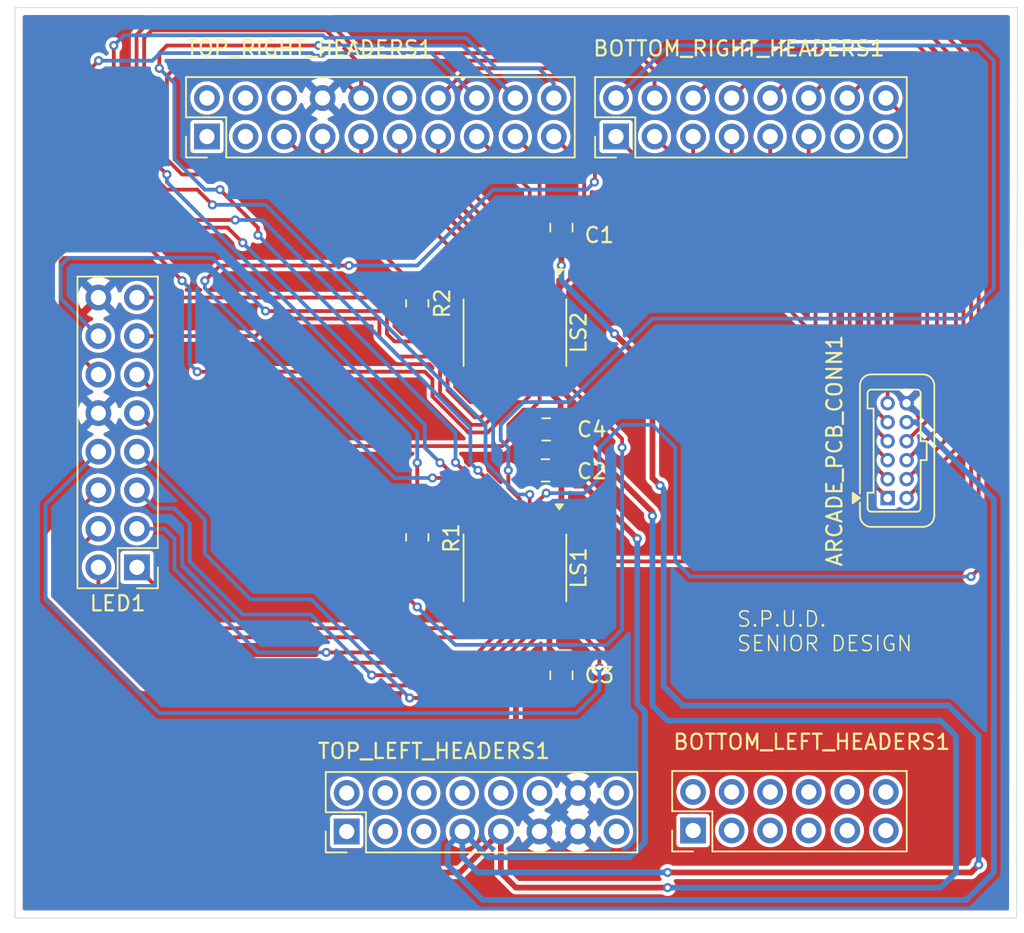
<source format=kicad_pcb>
(kicad_pcb (version 20241229) (generator "pcbnew") (generator_version "9.0")
  (layers (0 "F.Cu" signal) (2 "B.Cu" signal) (13 "F.Paste" user) (15 "B.Paste" user) (5 "F.SilkS" user "F.Silkscreen") (7 "B.SilkS" user "B.Silkscreen") (1 "F.Mask" user) (3 "B.Mask" user) (25 "Edge.Cuts" user))
  (net 0 "")
  (net 1 "ARC8")
  (net 2 "ARC10")
  (net 3 "ARC3")
  (net 4 "ARC4")
  (net 5 "ARC2")
  (net 8 "ARC1")
  (net 9 "ARC7")
  (net 10 "ARC5")
  (net 11 "ARC9")
  (net 12 "ARC6")
  (net 13 "DATA6")
  (net 14 "DATA7")
  (net 15 "DATA3")
  (net 16 "DATA4")
  (net 17 "DATA5")
  (net 18 "DATA8")
  (net 19 "DATA2")
  (net 20 "GND")
  (net 21 "3.3V")
  (net 22 "5V")
  (net 23 "G1")
  (net 24 "BLANK")
  (net 25 "A4")
  (net 26 "A3")
  (net 27 "B0")
  (net 28 "A0")
  (net 29 "A1")
  (net 30 "B1")
  (net 31 "LATCH")
  (net 32 "R1")
  (net 33 "R0")
  (net 34 "G0")
  (net 35 "Clock")
  (net 36 "A2")
  (net 37 "OE")
  (net 38 "DATA1")
  (net 39 "DATA11")
  (net 40 "DATA15")
  (net 41 "DATA14")
  (net 42 "DATA16")
  (net 44 "DATA12")
  (net 45 "DATA9")
  (net 46 "DATA13")
  (net 47 "DATA10")
  (footprint "Resistor_SMD:R_0805_2012Metric" (layer "F.Cu") (at 141.5 109.9125 -90)
    (property "Reference" "R1")
    (property "Value" "10k")
  )
  (footprint "Connector_Harwin:Harwin_Gecko-G125-FVX1205L0X_2x06_P1.25mm_Vertical" (layer "F.Cu") (at 172.5 107.325 90)
    (property "Reference" "ARCADE_PCB_CONN1")
    (property "Value" "Conn_02x06_Top_Bottom")
  )
  (footprint "Connector_PinHeader_2.54mm:PinHeader_2x08_P2.54mm_Vertical" (layer "F.Cu") (at 136.85 129.3 90)
    (property "Reference" "TOP_LEFT_HEADERS1")
    (property "Value" "~")
  )
  (footprint "Connector_PinHeader_2.54mm:PinHeader_2x08_P2.54mm_Vertical" (layer "F.Cu") (at 154.6 83.5 90)
    (property "Reference" "BOTTOM_RIGHT_HEADERS1")
    (property "Value" "~")
  )
  (footprint "Capacitor_SMD:C_0805_2012Metric" (layer "F.Cu") (at 150 102.8 180)
    (property "Reference" "C4")
    (property "Value" "0.1uF")
  )
  (footprint "Package_SO:TSSOP-20_4.4x6.5mm_P0.65mm" (layer "F.Cu") (at 147.9375 96.425 -90)
    (property "Reference" "LS2")
    (property "Value" "TXS0108EPW")
  )
  (footprint "Capacitor_SMD:C_0805_2012Metric" (layer "F.Cu") (at 151 89.5 90)
    (property "Reference" "C1")
    (property "Value" "0.1uF")
  )
  (footprint "Capacitor_SMD:C_0805_2012Metric" (layer "F.Cu") (at 149.95 105.5 180)
    (property "Reference" "C2")
    (property "Value" "0.1uF")
  )
  (footprint "Capacitor_SMD:C_0805_2012Metric" (layer "F.Cu") (at 151 119 -90)
    (property "Reference" "C3")
    (property "Value" "0.1uF")
  )
  (footprint "Connector_PinHeader_2.54mm:PinHeader_2x08_P2.54mm_Vertical" (layer "F.Cu") (at 123.025 111.89 180)
    (property "Reference" "LED1")
    (property "Value" "Conn_02x08_Top_Bottom")
  )
  (footprint "Connector_PinHeader_2.54mm:PinHeader_2x06_P2.54mm_Vertical" (layer "F.Cu") (at 159.68 129.235 90)
    (property "Reference" "BOTTOM_LEFT_HEADERS1")
    (property "Value" "~")
  )
  (footprint "Connector_PinHeader_2.54mm:PinHeader_2x10_P2.54mm_Vertical" (layer "F.Cu") (at 127.64 83.5 90)
    (property "Reference" "TOP_RIGHT_HEADERS1")
    (property "Value" "~")
  )
  (footprint "Package_SO:TSSOP-20_4.4x6.5mm_P0.65mm" (layer "F.Cu") (at 147.9375 111.925 -90)
    (property "Reference" "LS1")
    (property "Value" "TXS0108EPW")
  )
  (footprint "Resistor_SMD:R_0805_2012Metric" (layer "F.Cu") (at 141.5 94.5 -90)
    (property "Reference" "R2")
    (property "Value" "10k")
  )
  (gr_line (start 181.050425 75) (end 115 74.999965) (stroke (width 0.05)) (layer "Edge.Cuts"))
  (gr_line (start 115 74.999965) (end 115 135) (stroke (width 0.05)) (layer "Edge.Cuts"))
  (gr_line (start 181 135) (end 181.050425 75) (stroke (width 0.05)) (layer "Edge.Cuts"))
  (gr_line (start 115 135) (end 181 135) (stroke (width 0.05)) (layer "Edge.Cuts"))
  (gr_text "S.P.U.D.\nSENIOR DESIGN" (at 162.5 117.5 0) (layer "F.SilkS") (effects (font (size 1 1) (thickness 0.1)) (justify left bottom)))
  (segment (start 170.261001 77.999) (end 167.3 80.96) (width 0.25) (layer "F.Cu") (net 1))
  (segment (start 174.251 78.001) (end 173.95952 78.001) (width 0.25) (layer "F.Cu") (net 1))
  (segment (start 176.251 80.001) (end 176.251 103.574) (width 0.25) (layer "F.Cu") (net 1))
  (segment (start 176.251 103.574) (end 173.75 106.075) (width 0.25) (layer "F.Cu") (net 1))
  (segment (start 173.95952 78.001) (end 173.957521 77.999) (width 0.25) (layer "F.Cu") (net 1))
  (segment (start 173.957521 77.999) (end 170.261001 77.999) (width 0.25) (layer "F.Cu") (net 1))
  (segment (start 176.251 80.001) (end 174.251 78.001) (width 0.25) (layer "F.Cu") (net 1))
  (segment (start 175.102 83.682) (end 172.38 80.96) (width 0.25) (layer "F.Cu") (net 2))
  (segment (start 173.75 103.575) (end 175.102 102.223) (width 0.25) (layer "F.Cu") (net 2))
  (segment (start 175.102 102.223) (end 175.102 83.682) (width 0.25) (layer "F.Cu") (net 2))
  (segment (start 168.75 93.75) (end 159.68 84.68) (width 0.25) (layer "F.Cu") (net 3))
  (segment (start 168.75 101.075) (end 168.75 93.75) (width 0.25) (layer "F.Cu") (net 3))
  (segment (start 159.68 84.68) (end 159.68 83.5) (width 0.25) (layer "F.Cu") (net 3))
  (segment (start 172.5 104.825) (end 168.75 101.075) (width 0.25) (layer "F.Cu") (net 3))
  (segment (start 170 93.25) (end 162.22 85.47) (width 0.25) (layer "F.Cu") (net 4))
  (segment (start 162.22 85.47) (end 162.22 83.5) (width 0.25) (layer "F.Cu") (net 4))
  (segment (start 172.5 103.575) (end 170 101.075) (width 0.25) (layer "F.Cu") (net 4))
  (segment (start 170 101.075) (end 170 93.25) (width 0.25) (layer "F.Cu") (net 4))
  (segment (start 172.5 106.075) (end 167.75 101.325) (width 0.25) (layer "F.Cu") (net 5))
  (segment (start 167.75 94.11) (end 157.14 83.5) (width 0.25) (layer "F.Cu") (net 5))
  (segment (start 167.75 101.325) (end 167.75 94.11) (width 0.25) (layer "F.Cu") (net 5))
  (segment (start 167 101.825) (end 167 95.9) (width 0.25) (layer "F.Cu") (net 8))
  (segment (start 172.5 107.325) (end 167 101.825) (width 0.25) (layer "F.Cu") (net 8))
  (segment (start 167 95.9) (end 154.6 83.5) (width 0.25) (layer "F.Cu") (net 8))
  (segment (start 174.16504 77.498) (end 170.053479 77.498) (width 0.25) (layer "F.Cu") (net 9))
  (segment (start 174.167041 77.5) (end 174.16504 77.498) (width 0.25) (layer "F.Cu") (net 9))
  (segment (start 170.053479 77.498) (end 170.05148 77.5) (width 0.25) (layer "F.Cu") (net 9))
  (segment (start 174.5 77.5) (end 174.167041 77.5) (width 0.25) (layer "F.Cu") (net 9))
  (segment (start 173.75 107.325) (end 177 104.075) (width 0.25) (layer "F.Cu") (net 9))
  (segment (start 168.22 77.5) (end 164.76 80.96) (width 0.25) (layer "F.Cu") (net 9))
  (segment (start 170.05148 77.5) (end 168.22 77.5) (width 0.25) (layer "F.Cu") (net 9))
  (segment (start 177 80) (end 174.5 77.5) (width 0.25) (layer "F.Cu") (net 9))
  (segment (start 177 104.075) (end 177 80) (width 0.25) (layer "F.Cu") (net 9))
  (segment (start 164.76 86.51) (end 164.76 83.5) (width 0.25) (layer "F.Cu") (net 10))
  (segment (start 171.25 93) (end 164.76 86.51) (width 0.25) (layer "F.Cu") (net 10))
  (segment (start 171.25 101.075) (end 171.25 93) (width 0.25) (layer "F.Cu") (net 10))
  (segment (start 172.5 102.325) (end 171.25 101.075) (width 0.25) (layer "F.Cu") (net 10))
  (segment (start 175.75 80.5) (end 173.75 78.5) (width 0.25) (layer "F.Cu") (net 11))
  (segment (start 175.75 102.825) (end 175.75 80.5) (width 0.25) (layer "F.Cu") (net 11))
  (segment (start 172.3 78.5) (end 169.84 80.96) (width 0.25) (layer "F.Cu") (net 11))
  (segment (start 173.75 78.5) (end 172.3 78.5) (width 0.25) (layer "F.Cu") (net 11))
  (segment (start 173.75 104.825) (end 175.75 102.825) (width 0.25) (layer "F.Cu") (net 11))
  (segment (start 172.5 92.75) (end 167.3 87.55) (width 0.25) (layer "F.Cu") (net 12))
  (segment (start 172.5 101.075) (end 172.5 92.75) (width 0.25) (layer "F.Cu") (net 12))
  (segment (start 167.3 87.55) (end 167.3 83.5) (width 0.25) (layer "F.Cu") (net 12))
  (segment (start 124.5 78) (end 125 77.5) (width 0.25) (layer "F.Cu") (net 13))
  (segment (start 146.9625 107.918509) (end 144.021996 104.978004) (width 0.25) (layer "F.Cu") (net 13))
  (segment (start 124.5 79) (end 124.5 78) (width 0.25) (layer "F.Cu") (net 13))
  (segment (start 131 89.5) (end 128.5 87) (width 0.25) (layer "F.Cu") (net 13))
  (segment (start 125 77.5) (end 135 77.5) (width 0.25) (layer "F.Cu") (net 13))
  (segment (start 144.021996 104.978004) (end 144 104.956009) (width 0.25) (layer "F.Cu") (net 13))
  (segment (start 146.9625 109.0625) (end 146.9625 107.918509) (width 0.25) (layer "F.Cu") (net 13))
  (segment (start 131 90) (end 131 89.5) (width 0.25) (layer "F.Cu") (net 13))
  (via (at 135 77.5) (size 0.6) (drill 0.3) (layers "F.Cu" "B.Cu") (net 13))
  (via (at 128.5 87) (size 0.6) (drill 0.3) (layers "F.Cu" "B.Cu") (net 13))
  (via (at 131 90) (size 0.6) (drill 0.3) (layers "F.Cu" "B.Cu") (net 13))
  (via (at 124.5 79) (size 0.6) (drill 0.3) (layers "F.Cu" "B.Cu") (net 13))
  (via (at 144.021996 104.978004) (size 0.6) (drill 0.3) (layers "F.Cu" "B.Cu") (net 13))
  (segment (start 135 77.5) (end 144.5 77.5) (width 0.25) (layer "B.Cu") (net 13))
  (segment (start 127.5 87) (end 125.5 85) (width 0.25) (layer "B.Cu") (net 13))
  (segment (start 144.021996 103.021996) (end 131 90) (width 0.25) (layer "B.Cu") (net 13))
  (segment (start 144.021996 104.978004) (end 144.021996 103.021996) (width 0.25) (layer "B.Cu") (net 13))
  (segment (start 125.5 84.5) (end 125.5 80) (width 0.25) (layer "B.Cu") (net 13))
  (segment (start 144.5 77.5) (end 147.96 80.96) (width 0.25) (layer "B.Cu") (net 13))
  (segment (start 128.5 87) (end 127.5 87) (width 0.25) (layer "B.Cu") (net 13))
  (segment (start 125.5 85) (end 125.5 84.5) (width 0.25) (layer "B.Cu") (net 13))
  (segment (start 125.5 80) (end 124.5 79) (width 0.25) (layer "B.Cu") (net 13))
  (segment (start 126 89.5) (end 129 89.5) (width 0.25) (layer "F.Cu") (net 14))
  (segment (start 146.3125 108.240542) (end 143.071958 105) (width 0.25) (layer "F.Cu") (net 14))
  (segment (start 120 83.5) (end 126 89.5) (width 0.25) (layer "F.Cu") (net 14))
  (segment (start 143.071958 105) (end 143 105) (width 0.25) (layer "F.Cu") (net 14))
  (segment (start 120.5 78.5) (end 120 79) (width 0.25) (layer "F.Cu") (net 14))
  (segment (start 129 89.5) (end 130 90.5) (width 0.25) (layer "F.Cu") (net 14))
  (segment (start 120 79) (end 120 83.5) (width 0.25) (layer "F.Cu") (net 14))
  (segment (start 146.3125 109.0625) (end 146.3125 108.240542) (width 0.25) (layer "F.Cu") (net 14))
  (via (at 130 90.5) (size 0.6) (drill 0.3) (layers "F.Cu" "B.Cu") (net 14))
  (via (at 143 105) (size 0.6) (drill 0.3) (layers "F.Cu" "B.Cu") (net 14))
  (via (at 120.5 78.5) (size 0.6) (drill 0.3) (layers "F.Cu" "B.Cu") (net 14))
  (segment (start 142 104) (end 142 102.5) (width 0.25) (layer "B.Cu") (net 14))
  (segment (start 143 105) (end 142 104) (width 0.25) (layer "B.Cu") (net 14))
  (segment (start 145.42 80.96) (end 142.461 78.001) (width 0.25) (layer "B.Cu") (net 14))
  (segment (start 134.719991 78.176) (end 134.543991 78) (width 0.25) (layer "B.Cu") (net 14))
  (segment (start 142.461 78.001) (end 135.455009 78.001) (width 0.25) (layer "B.Cu") (net 14))
  (segment (start 135.455009 78.001) (end 135.280009 78.176) (width 0.25) (layer "B.Cu") (net 14))
  (segment (start 135.280009 78.176) (end 134.719991 78.176) (width 0.25) (layer "B.Cu") (net 14))
  (segment (start 142 102.5) (end 130 90.5) (width 0.25) (layer "B.Cu") (net 14))
  (segment (start 124.043991 78.5) (end 120.5 78.5) (width 0.25) (layer "B.Cu") (net 14))
  (segment (start 124.543991 78) (end 124.043991 78.5) (width 0.25) (layer "B.Cu") (net 14))
  (segment (start 134.543991 78) (end 124.543991 78) (width 0.25) (layer "B.Cu") (net 14))
  (segment (start 128 88) (end 127 87) (width 0.25) (layer "F.Cu") (net 15))
  (segment (start 123.79248 75.999) (end 135.70752 75.999) (width 0.25) (layer "F.Cu") (net 15))
  (segment (start 148.9125 109.0625) (end 148.912541 109.062459) (width 0.25) (layer "F.Cu") (net 15))
  (segment (start 137.70852 78) (end 156 78) (width 0.25) (layer "F.Cu") (net 15))
  (segment (start 123 76.79148) (end 123.79248 75.999) (width 0.25) (layer "F.Cu") (net 15))
  (segment (start 156 78) (end 157.14 79.14) (width 0.25) (layer "F.Cu") (net 15))
  (segment (start 157.14 79.14) (end 157.14 80.96) (width 0.25) (layer "F.Cu") (net 15))
  (segment (start 135.70752 75.999) (end 137.70852 78) (width 0.25) (layer "F.Cu") (net 15))
  (segment (start 127 87) (end 124.96582 87) (width 0.25) (layer "F.Cu") (net 15))
  (segment (start 123 85.03418) (end 123 76.79148) (width 0.25) (layer "F.Cu") (net 15))
  (segment (start 148.9125 109.0625) (end 148.9125 107.0875) (width 0.25) (layer "F.Cu") (net 15))
  (segment (start 124.96582 87) (end 123 85.03418) (width 0.25) (layer "F.Cu") (net 15))
  (via (at 128 88) (size 0.6) (drill 0.3) (layers "F.Cu" "B.Cu") (net 15))
  (via (at 148.9125 107.0875) (size 0.6) (drill 0.3) (layers "F.Cu" "B.Cu") (net 15))
  (segment (start 146 102.5) (end 131.5 88) (width 0.25) (layer "B.Cu") (net 15))
  (segment (start 146 105) (end 146 102.5) (width 0.25) (layer "B.Cu") (net 15))
  (segment (start 131.5 88) (end 128 88) (width 0.25) (layer "B.Cu") (net 15))
  (segment (start 148.9125 107.0875) (end 148.0875 107.0875) (width 0.25) (layer "B.Cu") (net 15))
  (segment (start 148.0875 107.0875) (end 146 105) (width 0.25) (layer "B.Cu") (net 15))
  (segment (start 148.2625 107.393509) (end 148.2625 109.0625) (width 0.25) (layer "F.Cu") (net 16))
  (segment (start 147.5 106.631009) (end 148.2625 107.393509) (width 0.25) (layer "F.Cu") (net 16))
  (segment (start 147.5 105.5) (end 147.5 106.631009) (width 0.25) (layer "F.Cu") (net 16))
  (via (at 147.5 105.5) (size 0.6) (drill 0.3) (layers "F.Cu" "B.Cu") (net 16))
  (segment (start 157 95.5) (end 151.5 101) (width 0.25) (layer "B.Cu") (net 16))
  (segment (start 147.5 104) (end 147.5 105.5) (width 0.25) (layer "B.Cu") (net 16))
  (segment (start 148.5 101) (end 147 102.5) (width 0.25) (layer "B.Cu") (net 16))
  (segment (start 179.5 78.5) (end 179.5 93.5) (width 0.25) (layer "B.Cu") (net 16))
  (segment (start 178.5 77.5) (end 179.5 78.5) (width 0.25) (layer "B.Cu") (net 16))
  (segment (start 158.06 77.5) (end 178.5 77.5) (width 0.25) (layer "B.Cu") (net 16))
  (segment (start 154.6 80.96) (end 158.06 77.5) (width 0.25) (layer "B.Cu") (net 16))
  (segment (start 147 102.5) (end 147 103.5) (width 0.25) (layer "B.Cu") (net 16))
  (segment (start 179.5 93.5) (end 177.5 95.5) (width 0.25) (layer "B.Cu") (net 16))
  (segment (start 151.5 101) (end 148.5 101) (width 0.25) (layer "B.Cu") (net 16))
  (segment (start 177.5 95.5) (end 157 95.5) (width 0.25) (layer "B.Cu") (net 16))
  (segment (start 147 103.5) (end 147.5 104) (width 0.25) (layer "B.Cu") (net 16))
  (segment (start 147.6125 107.6125) (end 145.5 105.5) (width 0.25) (layer "F.Cu") (net 17))
  (segment (start 147.6125 109.0625) (end 147.6125 107.6125) (width 0.25) (layer "F.Cu") (net 17))
  (segment (start 121.5 77.5) (end 121.5 84.2427) (width 0.25) (layer "F.Cu") (net 17))
  (segment (start 126.2573 89) (end 121.5 84.2427) (width 0.25) (layer "F.Cu") (net 17))
  (segment (start 129.5 89) (end 126.2573 89) (width 0.25) (layer "F.Cu") (net 17))
  (via (at 145.5 105.5) (size 0.6) (drill 0.3) (layers "F.Cu" "B.Cu") (net 17))
  (via (at 129.5 89) (size 0.6) (drill 0.3) (layers "F.Cu" "B.Cu") (net 17))
  (via (at 121.5 77.5) (size 0.6) (drill 0.3) (layers "F.Cu" "B.Cu") (net 17))
  (segment (start 135.280009 76.824) (end 135.455009 76.999) (width 0.25) (layer "B.Cu") (net 17))
  (segment (start 144.70752 76.999) (end 146.70852 79) (width 0.25) (layer "B.Cu") (net 17))
  (segment (start 145 102.70852) (end 138.39574 96.10426) (width 0.25) (layer "B.Cu") (net 17))
  (segment (start 146.70852 79) (end 149.5 79) (width 0.25) (layer "B.Cu") (net 17))
  (segment (start 150.5 80) (end 150.5 80.96) (width 0.25) (layer "B.Cu") (net 17))
  (segment (start 145.5 105.5) (end 145 105) (width 0.25) (layer "B.Cu") (net 17))
  (segment (start 149.5 79) (end 150.5 80) (width 0.25) (layer "B.Cu") (net 17))
  (segment (start 145 105) (end 145 103) (width 0.25) (layer "B.Cu") (net 17))
  (segment (start 138.39574 96.10426) (end 131.29148 89) (width 0.25) (layer "B.Cu") (net 17))
  (segment (start 121.5 77.5) (end 122.176 76.824) (width 0.25) (layer "B.Cu") (net 17))
  (segment (start 122.176 76.824) (end 135.280009 76.824) (width 0.25) (layer "B.Cu") (net 17))
  (segment (start 131.29148 89) (end 129.5 89) (width 0.25) (layer "B.Cu") (net 17))
  (segment (start 145 103) (end 145 102.70852) (width 0.25) (layer "B.Cu") (net 17))
  (segment (start 135.455009 76.999) (end 144.70752 76.999) (width 0.25) (layer "B.Cu") (net 17))
  (segment (start 145.6625 108.299062) (end 143.363438 106) (width 0.25) (layer "F.Cu") (net 18))
  (segment (start 142.88 80.96) (end 144.84 79) (width 0.25) (layer "F.Cu") (net 18))
  (segment (start 152 79) (end 152.5 79.5) (width 0.25) (layer "F.Cu") (net 18))
  (segment (start 144.84 79) (end 152 79) (width 0.25) (layer "F.Cu") (net 18))
  (segment (start 137 92) (end 128.5 92) (width 0.25) (layer "F.Cu") (net 18))
  (segment (start 153.20852 86.46648) (end 153.175 86.5) (width 0.25) (layer "F.Cu") (net 18))
  (segment (start 128.5 92) (end 127.5 93) (width 0.25) (layer "F.Cu") (net 18))
  (segment (start 145.6625 109.0625) (end 145.6625 108.299062) (width 0.25) (layer "F.Cu") (net 18))
  (segment (start 152.5 84.79148) (end 153.20852 85.5) (width 0.25) (layer "F.Cu") (net 18))
  (segment (start 152.5 79.5) (end 152.5 84.79148) (width 0.25) (layer "F.Cu") (net 18))
  (segment (start 153.20852 85.5) (end 153.20852 86.46648) (width 0.25) (layer "F.Cu") (net 18))
  (segment (start 143.363438 106) (end 142.5 106) (width 0.25) (layer "F.Cu") (net 18))
  (via (at 137 92) (size 0.6) (drill 0.3) (layers "F.Cu" "B.Cu") (net 18))
  (via (at 142.5 106) (size 0.6) (drill 0.3) (layers "F.Cu" "B.Cu") (net 18))
  (via (at 127.5 93) (size 0.6) (drill 0.3) (layers "F.Cu" "B.Cu") (net 18))
  (via (at 153.175 86.5) (size 0.6) (drill 0.3) (layers "F.Cu" "B.Cu") (net 18))
  (segment (start 137 92) (end 141.5 92) (width 0.25) (layer "B.Cu") (net 18))
  (segment (start 141.5 92) (end 146.5 87) (width 0.25) (layer "B.Cu") (net 18))
  (segment (start 146.5 87) (end 152.675 87) (width 0.25) (layer "B.Cu") (net 18))
  (segment (start 127.5 93.5) (end 127.5 93) (width 0.25) (layer "B.Cu") (net 18))
  (segment (start 142.5 106) (end 140 106) (width 0.25) (layer "B.Cu") (net 18))
  (segment (start 152.675 87) (end 153.175 86.5) (width 0.25) (layer "B.Cu") (net 18))
  (segment (start 140 106) (end 127.5 93.5) (width 0.25) (layer "B.Cu") (net 18))
  (segment (start 159.68 80.96) (end 164.144 76.496) (width 0.25) (layer "F.Cu") (net 19))
  (segment (start 149.5625 107.4375) (end 150 107) (width 0.25) (layer "F.Cu") (net 19))
  (segment (start 178.5 79) (end 178.5 79.291479) (width 0.25) (layer "F.Cu") (net 19))
  (segment (start 178.5 112) (end 178 112.5) (width 0.25) (layer "F.Cu") (net 19))
  (segment (start 178.501 79.29248) (end 178.501 110.70752) (width 0.25) (layer "F.Cu") (net 19))
  (segment (start 178.5 79.291479) (end 178.501 79.29248) (width 0.25) (layer "F.Cu") (net 19))
  (segment (start 164.144 76.496) (end 175.704521 76.496) (width 0.25) (layer "F.Cu") (net 19))
  (segment (start 178.5 110.708521) (end 178.5 112) (width 0.25) (layer "F.Cu") (net 19))
  (segment (start 178.501 110.70752) (end 178.5 110.708521) (width 0.25) (layer "F.Cu") (net 19))
  (segment (start 175.70852 76.5) (end 176 76.5) (width 0.25) (layer "F.Cu") (net 19))
  (segment (start 175.704521 76.496) (end 175.70852 76.5) (width 0.25) (layer "F.Cu") (net 19))
  (segment (start 149.5625 109.0625) (end 149.5625 107.4375) (width 0.25) (layer "F.Cu") (net 19))
  (segment (start 176 76.5) (end 178.5 79) (width 0.25) (layer "F.Cu") (net 19))
  (via (at 150 107) (size 0.6) (drill 0.3) (layers "F.Cu" "B.Cu") (net 19))
  (via (at 178 112.5) (size 0.6) (drill 0.3) (layers "F.Cu" "B.Cu") (net 19))
  (segment (start 153.5 104) (end 155 102.5) (width 0.25) (layer "B.Cu") (net 19))
  (segment (start 153.5 106) (end 153.5 104) (width 0.25) (layer "B.Cu") (net 19))
  (segment (start 158.5 111.5) (end 159.5 112.5) (width 0.25) (layer "B.Cu") (net 19))
  (segment (start 150 107) (end 152.5 107) (width 0.25) (layer "B.Cu") (net 19))
  (segment (start 152.5 107) (end 153.5 106) (width 0.25) (layer "B.Cu") (net 19))
  (segment (start 158.5 104) (end 158.5 111.5) (width 0.25) (layer "B.Cu") (net 19))
  (segment (start 157 102.5) (end 158.5 104) (width 0.25) (layer "B.Cu") (net 19))
  (segment (start 159.5 112.5) (end 178 112.5) (width 0.25) (layer "B.Cu") (net 19))
  (segment (start 155 102.5) (end 157 102.5) (width 0.25) (layer "B.Cu") (net 19))
  (segment (start 149.05 105.45) (end 149 105.5) (width 0.38) (layer "F.Cu") (net 20))
  (segment (start 150.2215 109.0535) (end 150.2125 109.0625) (width 0.38) (layer "F.Cu") (net 21))
  (segment (start 150.9 105.5) (end 151 105.6) (width 0.38) (layer "F.Cu") (net 21))
  (segment (start 150.2215 108.19814) (end 150.2215 109.0535) (width 0.38) (layer "F.Cu") (net 21))
  (segment (start 157 106) (end 157.5 106.5) (width 0.38) (layer "F.Cu") (net 21))
  (segment (start 151 90.45) (end 151 92) (width 0.38) (layer "F.Cu") (net 21))
  (segment (start 156 110) (end 152.5 106.5) (width 0.38) (layer "F.Cu") (net 21))
  (segment (start 178.5 131.5) (end 178 132) (width 0.38) (layer "F.Cu") (net 21))
  (segment (start 151.9 106.5) (end 150.9 105.5) (width 0.38) (layer "F.Cu") (net 21))
  (segment (start 154.5 96.5) (end 157 99) (width 0.38) (layer "F.Cu") (net 21))
  (segment (start 151 105.6) (end 151 107.41964) (width 0.38) (layer "F.Cu") (net 21))
  (segment (start 150.2125 91.2375) (end 150.2125 93.5625) (width 0.38) (layer "F.Cu") (net 21))
  (segment (start 151 90.45) (end 150.2125 91.2375) (width 0.38) (layer "F.Cu") (net 21))
  (segment (start 152.5 106.5) (end 151.9 106.5) (width 0.38) (layer "F.Cu") (net 21))
  (segment (start 178 132) (end 158 132) (width 0.38) (layer "F.Cu") (net 21))
  (segment (start 157 99) (end 157 106) (width 0.38) (layer "F.Cu") (net 21))
  (segment (start 151 107.41964) (end 150.2215 108.19814) (width 0.38) (layer "F.Cu") (net 21))
  (via (at 156 110) (size 0.6) (drill 0.3) (layers "F.Cu" "B.Cu") (net 21))
  (via (at 158 132) (size 0.6) (drill 0.3) (layers "F.Cu" "B.Cu") (net 21))
  (via (at 178.5 131.5) (size 0.6) (drill 0.3) (layers "F.Cu" "B.Cu") (net 21))
  (via (at 154.5 96.5) (size 0.6) (drill 0.3) (layers "F.Cu" "B.Cu") (net 21))
  (via (at 151 92) (size 0.6) (drill 0.3) (layers "F.Cu" "B.Cu") (net 21))
  (via (at 157.5 106.5) (size 0.6) (drill 0.3) (layers "F.Cu" "B.Cu") (net 21))
  (segment (start 177.691 133.809) (end 145.809 133.809) (width 0.38) (layer "B.Cu") (net 21))
  (segment (start 145.809 133.809) (end 143.5 131.5) (width 0.38) (layer "B.Cu") (net 21))
  (segment (start 151 92) (end 151 93) (width 0.38) (layer "B.Cu") (net 21))
  (segment (start 155.5 131) (end 156.5 130) (width 0.38) (layer "B.Cu") (net 21))
  (segment (start 179.5 132) (end 177.691 133.809) (width 0.38) (layer "B.Cu") (net 21))
  (segment (start 159 121) (end 176.5 121) (width 0.38) (layer "B.Cu") (net 21))
  (segment (start 143.5 130.27) (end 144.47 129.3) (width 0.38) (layer "B.Cu") (net 21))
  (segment (start 157.741 106.741) (end 157.741 119.741) (width 0.38) (layer "B.Cu") (net 21))
  (segment (start 179.5 107.403249) (end 179.5 132) (width 0.38) (layer "B.Cu") (net 21))
  (segment (start 144.47 130.97) (end 144.47 129.3) (width 0.38) (layer "B.Cu") (net 21))
  (segment (start 145.5 132) (end 144.47 130.97) (width 0.38) (layer "B.Cu") (net 21))
  (segment (start 156 120.892368) (end 156 110) (width 0.38) (layer "B.Cu") (net 21))
  (segment (start 144.47 129.3) (end 146.17 131) (width 0.38) (layer "B.Cu") (net 21))
  (segment (start 146.17 131) (end 155.5 131) (width 0.38) (layer "B.Cu") (net 21))
  (segment (start 173.75 102.325) (end 174.421751 102.325) (width 0.38) (layer "B.Cu") (net 21))
  (segment (start 157.741 119.741) (end 159 121) (width 0.38) (layer "B.Cu") (net 21))
  (segment (start 143.5 131.5) (end 143.5 130.27) (width 0.38) (layer "B.Cu") (net 21))
  (segment (start 156.5 130) (end 156.5 121.392368) (width 0.38) (layer "B.Cu") (net 21))
  (segment (start 151 93) (end 154.5 96.5) (width 0.38) (layer "B.Cu") (net 21))
  (segment (start 176.5 121) (end 178.5 123) (width 0.38) (layer "B.Cu") (net 21))
  (segment (start 158 132) (end 145.5 132) (width 0.38) (layer "B.Cu") (net 21))
  (segment (start 174.421751 102.325) (end 179.5 107.403249) (width 0.38) (layer "B.Cu") (net 21))
  (segment (start 157.5 106.5) (end 157.741 106.741) (width 0.38) (layer "B.Cu") (net 21))
  (segment (start 178.5 123) (end 178.5 131.5) (width 0.38) (layer "B.Cu") (net 21))
  (segment (start 156.5 121.392368) (end 156 120.892368) (width 0.38) (layer "B.Cu") (net 21))
  (segment (start 147.5 122.5) (end 135.5 122.5) (width 0.38) (layer "F.Cu") (net 22))
  (segment (start 148 120) (end 148 122) (width 0.38) (layer "F.Cu") (net 22))
  (segment (start 148 122) (end 147.5 122.5) (width 0.38) (layer "F.Cu") (net 22))
  (segment (start 150.2125 114.7875) (end 150.2125 117.2625) (width 0.38) (layer "F.Cu") (net 22))
  (segment (start 134 130.5) (end 135.5 132) (width 0.38) (layer "F.Cu") (net 22))
  (segment (start 150.95 101.05) (end 150.95 102.8) (width 0.38) (layer "F.Cu") (net 22))
  (segment (start 151.55 102.8) (end 150.95 102.8) (width 0.38) (layer "F.Cu") (net 22))
  (segment (start 147 132) (end 147.01 131.99) (width 0.38) (layer "F.Cu") (net 22))
  (segment (start 150.2125 117.2625) (end 151 118.05) (width 0.38) (layer "F.Cu") (net 22))
  (segment (start 147.01 131.99) (end 147.01 129.3) (width 0.38) (layer "F.Cu") (net 22))
  (segment (start 157 108.25) (end 151.55 102.8) (width 0.38) (layer "F.Cu") (net 22))
  (segment (start 149.95 118.05) (end 148 120) (width 0.38) (layer "F.Cu") (net 22))
  (segment (start 151 118.05) (end 149.95 118.05) (width 0.38) (layer "F.Cu") (net 22))
  (segment (start 144.31 132) (end 147.01 129.3) (width 0.38) (layer "F.Cu") (net 22))
  (segment (start 148 133) (end 147 132) (width 0.38) (layer "F.Cu") (net 22))
  (segment (start 157 108.5) (end 157 108.25) (width 0.38) (layer "F.Cu") (net 22))
  (segment (start 150.95 101.05) (end 150.2125 100.3125) (width 0.38) (layer "F.Cu") (net 22))
  (segment (start 150.2125 100.3125) (end 150.2125 99.2875) (width 0.38) (layer "F.Cu") (net 22))
  (segment (start 135.5 132) (end 144.31 132) (width 0.38) (layer "F.Cu") (net 22))
  (segment (start 134 124) (end 134 130.5) (width 0.38) (layer "F.Cu") (net 22))
  (segment (start 158 133) (end 148 133) (width 0.38) (layer "F.Cu") (net 22))
  (segment (start 135.5 122.5) (end 134 124) (width 0.38) (layer "F.Cu") (net 22))
  (via (at 157 108.5) (size 0.6) (drill 0.3) (layers "F.Cu" "B.Cu") (net 22))
  (via (at 158 133) (size 0.6) (drill 0.3) (layers "F.Cu" "B.Cu") (net 22))
  (segment (start 176 133) (end 177 132) (width 0.38) (layer "B.Cu") (net 22))
  (segment (start 157 121) (end 157 108.5) (width 0.38) (layer "B.Cu") (net 22))
  (segment (start 158 133) (end 176 133) (width 0.38) (layer "B.Cu") (net 22))
  (segment (start 158 122) (end 157 121) (width 0.38) (layer "B.Cu") (net 22))
  (segment (start 177 132) (end 177 123) (width 0.38) (layer "B.Cu") (net 22))
  (segment (start 177 123) (end 176 122) (width 0.38) (layer "B.Cu") (net 22))
  (segment (start 176 122) (end 158 122) (width 0.38) (layer "B.Cu") (net 22))
  (segment (start 147.5 103.5) (end 147.100207 103.899793) (width 0.25) (layer "F.Cu") (net 23))
  (segment (start 149.5625 99.2875) (end 149.5625 100.9375) (width 0.25) (layer "F.Cu") (net 23))
  (segment (start 147.100207 103.899793) (end 127.734793 103.899793) (width 0.25) (layer "F.Cu") (net 23))
  (segment (start 148.5 101.5) (end 147.5 102.5) (width 0.25) (layer "F.Cu") (net 23))
  (segment (start 149.5625 100.9375) (end 149 101.5) (width 0.25) (layer "F.Cu") (net 23))
  (segment (start 127.734793 103.899793) (end 123.025 99.19) (width 0.25) (layer "F.Cu") (net 23))
  (segment (start 149 101.5) (end 148.5 101.5) (width 0.25) (layer "F.Cu") (net 23))
  (segment (start 147.5 102.5) (end 147.5 103.5) (width 0.25) (layer "F.Cu") (net 23))
  (segment (start 150.8625 114.7875) (end 153.5 117.425) (width 0.25) (layer "F.Cu") (net 24))
  (segment (start 153.5 117.425) (end 153.5 118.5) (width 0.25) (layer "F.Cu") (net 24))
  (via (at 153.5 118.5) (size 0.6) (drill 0.3) (layers "F.Cu" "B.Cu") (net 24))
  (segment (start 117 107.755) (end 120.485 104.27) (width 0.25) (layer "B.Cu") (net 24))
  (segment (start 153.5 118.5) (end 153.5 120) (width 0.25) (layer "B.Cu") (net 24))
  (segment (start 152 121.5) (end 124.5 121.5) (width 0.25) (layer "B.Cu") (net 24))
  (segment (start 117 114) (end 117 107.755) (width 0.25) (layer "B.Cu") (net 24))
  (segment (start 124.5 121.5) (end 117 114) (width 0.25) (layer "B.Cu") (net 24))
  (segment (start 153.5 120) (end 152 121.5) (width 0.25) (layer "B.Cu") (net 24))
  (segment (start 118 91) (end 117.5 91.5) (width 0.25) (layer "F.Cu") (net 25))
  (segment (start 126 93) (end 124 91) (width 0.25) (layer "F.Cu") (net 25))
  (segment (start 117.5 91.5) (end 117.5 96.205) (width 0.25) (layer "F.Cu") (net 25))
  (segment (start 146.138998 103) (end 144.87444 103) (width 0.25) (layer "F.Cu") (net 25))
  (segment (start 148.138998 101) (end 146.138998 103) (width 0.25) (layer "F.Cu") (net 25))
  (segment (start 142.5 99.5) (end 142 99) (width 0.25) (layer "F.Cu") (net 25))
  (segment (start 148.9125 100.5875) (end 148.5 101) (width 0.25) (layer "F.Cu") (net 25))
  (segment (start 142.5 100.62556) (end 142.5 99.5) (width 0.25) (layer "F.Cu") (net 25))
  (segment (start 144.87444 103) (end 142.5 100.62556) (width 0.25) (layer "F.Cu") (net 25))
  (segment (start 142 99) (end 127 99) (width 0.25) (layer "F.Cu") (net 25))
  (segment (start 124 91) (end 118 91) (width 0.25) (layer "F.Cu") (net 25))
  (segment (start 117.5 96.205) (end 120.485 99.19) (width 0.25) (layer "F.Cu") (net 25))
  (segment (start 148.9125 99.2875) (end 148.9125 100.5875) (width 0.25) (layer "F.Cu") (net 25))
  (segment (start 148.5 101) (end 148.138998 101) (width 0.25) (layer "F.Cu") (net 25))
  (via (at 127 99) (size 0.6) (drill 0.3) (layers "F.Cu" "B.Cu") (net 25))
  (via (at 126 93) (size 0.6) (drill 0.3) (layers "F.Cu" "B.Cu") (net 25))
  (segment (start 127 99) (end 126.5 98.5) (width 0.25) (layer "B.Cu") (net 25))
  (segment (start 126.5 98.5) (end 126.5 93.5) (width 0.25) (layer "B.Cu") (net 25))
  (segment (start 126.5 93.5) (end 126 93) (width 0.25) (layer "B.Cu") (net 25))
  (segment (start 139.5 95) (end 131.5 95) (width 0.25) (layer "F.Cu") (net 26))
  (segment (start 140 97) (end 139.5 96.5) (width 0.25) (layer "F.Cu") (net 26))
  (segment (start 143.5 100.20852) (end 143.5 97.5) (width 0.25) (layer "F.Cu") (net 26))
  (segment (start 145.721958 102) (end 145.29148 102) (width 0.25) (layer "F.Cu") (net 26))
  (segment (start 139.5 96.5) (end 139.5 95) (width 0.25) (layer "F.Cu") (net 26))
  (segment (start 147.6125 100.109458) (end 145.721958 102) (width 0.25) (layer "F.Cu") (net 26))
  (segment (start 145.29148 102) (end 143.5 100.20852) (width 0.25) (layer "F.Cu") (net 26))
  (segment (start 147.6125 99.2875) (end 147.6125 100.109458) (width 0.25) (layer "F.Cu") (net 26))
  (segment (start 143.5 97.5) (end 143 97) (width 0.25) (layer "F.Cu") (net 26))
  (segment (start 143 97) (end 140 97) (width 0.25) (layer "F.Cu") (net 26))
  (via (at 131.5 95) (size 0.6) (drill 0.3) (layers "F.Cu" "B.Cu") (net 26))
  (segment (start 118.5 91.5) (end 118 92) (width 0.25) (layer "B.Cu") (net 26))
  (segment (start 128 91.5) (end 118.5 91.5) (width 0.25) (layer "B.Cu") (net 26))
  (segment (start 118 94.165) (end 120.485 96.65) (width 0.25) (layer "B.Cu") (net 26))
  (segment (start 118 92) (end 118 94.165) (width 0.25) (layer "B.Cu") (net 26))
  (segment (start 131.5 95) (end 128 91.5) (width 0.25) (layer "B.Cu") (net 26))
  (segment (start 120.485 113.985) (end 120.485 111.89) (width 0.25) (layer "F.Cu") (net 27))
  (segment (start 145.421958 116.5) (end 123 116.5) (width 0.25) (layer "F.Cu") (net 27))
  (segment (start 123 116.5) (end 120.485 113.985) (width 0.25) (layer "F.Cu") (net 27))
  (segment (start 146.3125 115.609458) (end 145.421958 116.5) (width 0.25) (layer "F.Cu") (net 27))
  (segment (start 146.3125 114.7875) (end 146.3125 115.609458) (width 0.25) (layer "F.Cu") (net 27))
  (segment (start 148.2625 116.15454) (end 145.41704 119) (width 0.25) (layer "F.Cu") (net 28))
  (segment (start 145.41704 119) (end 138.5 119) (width 0.25) (layer "F.Cu") (net 28))
  (segment (start 148.2625 114.7875) (end 148.2625 116.15454) (width 0.25) (layer "F.Cu") (net 28))
  (via (at 138.5 119) (size 0.6) (drill 0.3) (layers "F.Cu" "B.Cu") (net 28))
  (segment (start 126.5 109) (end 125.5 108) (width 0.25) (layer "B.Cu") (net 28))
  (segment (start 134.5 115) (end 130 115) (width 0.25) (layer "B.Cu") (net 28))
  (segment (start 126.5 111.5) (end 126.5 109) (width 0.25) (layer "B.Cu") (net 28))
  (segment (start 138.5 119) (end 134.5 115) (width 0.25) (layer "B.Cu") (net 28))
  (segment (start 124.215 108) (end 123.025 106.81) (width 0.25) (layer "B.Cu") (net 28))
  (segment (start 125.5 108) (end 124.215 108) (width 0.25) (layer "B.Cu") (net 28))
  (segment (start 130 115) (end 126.5 111.5) (width 0.25) (layer "B.Cu") (net 28))
  (segment (start 139 95.5) (end 132 95.5) (width 0.25) (layer "F.Cu") (net 29))
  (segment (start 143 100.41704) (end 143 98.5) (width 0.25) (layer "F.Cu") (net 29))
  (segment (start 139 96.70852) (end 139 95.5) (width 0.25) (layer "F.Cu") (net 29))
  (segment (start 142.5 98) (end 140.29148 98) (width 0.25) (layer "F.Cu") (net 29))
  (segment (start 148.2625 100.167978) (end 145.930478 102.5) (width 0.25) (layer "F.Cu") (net 29))
  (segment (start 140.29148 98) (end 139 96.70852) (width 0.25) (layer "F.Cu") (net 29))
  (segment (start 132 95.5) (end 130.85 96.65) (width 0.25) (layer "F.Cu") (net 29))
  (segment (start 145.930478 102.5) (end 145.08296 102.5) (width 0.25) (layer "F.Cu") (net 29))
  (segment (start 130.85 96.65) (end 123.025 96.65) (width 0.25) (layer "F.Cu") (net 29))
  (segment (start 145.08296 102.5) (end 143 100.41704) (width 0.25) (layer "F.Cu") (net 29))
  (segment (start 143 98.5) (end 142.5 98) (width 0.25) (layer "F.Cu") (net 29))
  (segment (start 148.2625 99.2875) (end 148.2625 100.167978) (width 0.25) (layer "F.Cu") (net 29))
  (segment (start 118.5 110.5) (end 119.335 110.5) (width 0.25) (layer "F.Cu") (net 30))
  (segment (start 118 113.5) (end 118 111) (width 0.25) (layer "F.Cu") (net 30))
  (segment (start 147.6125 116.09602) (end 145.53252 118.176) (width 0.25) (layer "F.Cu") (net 30))
  (segment (start 119.335 110.5) (end 120.485 109.35) (width 0.25) (layer "F.Cu") (net 30))
  (segment (start 122.676 118.176) (end 118 113.5) (width 0.25) (layer "F.Cu") (net 30))
  (segment (start 145.53252 118.176) (end 122.676 118.176) (width 0.25) (layer "F.Cu") (net 30))
  (segment (start 118 111) (end 118.5 110.5) (width 0.25) (layer "F.Cu") (net 30))
  (segment (start 147.6125 114.7875) (end 147.6125 116.09602) (width 0.25) (layer "F.Cu") (net 30))
  (segment (start 144 97) (end 143.5 96.5) (width 0.25) (layer "F.Cu") (net 31))
  (segment (start 140.001 96.001) (end 140.001 94.792479) (width 0.25) (layer "F.Cu") (net 31))
  (segment (start 146.9625 100.050938) (end 146.013438 101) (width 0.25) (layer "F.Cu") (net 31))
  (segment (start 143.5 96.5) (end 143.20852 96.5) (width 0.25) (layer "F.Cu") (net 31))
  (segment (start 140.499 96.499) (end 140.001 96.001) (width 0.25) (layer "F.Cu") (net 31))
  (segment (start 140 94.5) (end 139.61 94.11) (width 0.25) (layer "F.Cu") (net 31))
  (segment (start 145 101) (end 144.001 100.001) (width 0.25) (layer "F.Cu") (net 31))
  (segment (start 143.20852 96.5) (end 143.20752 96.499) (width 0.25) (layer "F.Cu") (net 31))
  (segment (start 139.61 94.11) (end 123.025 94.11) (width 0.25) (layer "F.Cu") (net 31))
  (segment (start 140 94.791479) (end 140 94.5) (width 0.25) (layer "F.Cu") (net 31))
  (segment (start 144 97.29148) (end 144 97) (width 0.25) (layer "F.Cu") (net 31))
  (segment (start 140.001 94.792479) (end 140 94.791479) (width 0.25) (layer "F.Cu") (net 31))
  (segment (start 146.013438 101) (end 145 101) (width 0.25) (layer "F.Cu") (net 31))
  (segment (start 146.9625 99.2875) (end 146.9625 100.050938) (width 0.25) (layer "F.Cu") (net 31))
  (segment (start 143.20752 96.499) (end 140.499 96.499) (width 0.25) (layer "F.Cu") (net 31))
  (segment (start 144.001 97.292479) (end 144 97.29148) (width 0.25) (layer "F.Cu") (net 31))
  (segment (start 144.001 100.001) (end 144.001 97.292479) (width 0.25) (layer "F.Cu") (net 31))
  (segment (start 123.375 109) (end 123.025 109.35) (width 0.25) (layer "F.Cu") (net 32))
  (segment (start 146.9625 114.7875) (end 146.9625 116.0375) (width 0.25) (layer "F.Cu") (net 32))
  (segment (start 145.5 117.5) (end 135.5 117.5) (width 0.25) (layer "F.Cu") (net 32))
  (segment (start 146.9625 116.0375) (end 145.5 117.5) (width 0.25) (layer "F.Cu") (net 32))
  (via (at 135.5 117.5) (size 0.6) (drill 0.3) (layers "F.Cu" "B.Cu") (net 32))
  (segment (start 124.85 109.35) (end 123.025 109.35) (width 0.25) (layer "B.Cu") (net 32))
  (segment (start 125.5 112) (end 125.5 110) (width 0.25) (layer "B.Cu") (net 32))
  (segment (start 135.5 117.5) (end 131 117.5) (width 0.25) (layer "B.Cu") (net 32))
  (segment (start 131 117.5) (end 125.5 112) (width 0.25) (layer "B.Cu") (net 32))
  (segment (start 125.5 110) (end 124.85 109.35) (width 0.25) (layer "B.Cu") (net 32))
  (segment (start 145.312438 115.901) (end 127.036 115.901) (width 0.25) (layer "F.Cu") (net 33))
  (segment (start 127.036 115.901) (end 123.025 111.89) (width 0.25) (layer "F.Cu") (net 33))
  (segment (start 145.6625 115.550938) (end 145.312438 115.901) (width 0.25) (layer "F.Cu") (net 33))
  (segment (start 145.6625 114.7875) (end 145.6625 115.550938) (width 0.25) (layer "F.Cu") (net 33))
  (segment (start 134.295 113) (end 135 113) (width 0.25) (layer "F.Cu") (net 34))
  (segment (start 123.025 101.73) (end 134.295 113) (width 0.25) (layer "F.Cu") (net 34))
  (segment (start 135 113) (end 140 113) (width 0.25) (layer "F.Cu") (net 34))
  (segment (start 140 113) (end 141.5 114.5) (width 0.25) (layer "F.Cu") (net 34))
  (segment (start 150.8625 99.2875) (end 155 103.425) (width 0.25) (layer "F.Cu") (net 34))
  (segment (start 155 103.425) (end 155 104) (width 0.25) (layer "F.Cu") (net 34))
  (via (at 141.5 114.5) (size 0.6) (drill 0.3) (layers "F.Cu" "B.Cu") (net 34))
  (via (at 155 104) (size 0.6) (drill 0.3) (layers "F.Cu" "B.Cu") (net 34))
  (segment (start 154 117) (end 155 116) (width 0.25) (layer "B.Cu") (net 34))
  (segment (start 144 117) (end 154 117) (width 0.25) (layer "B.Cu") (net 34))
  (segment (start 155 116) (end 155 104) (width 0.25) (layer "B.Cu") (net 34))
  (segment (start 141.5 114.5) (end 144 117) (width 0.25) (layer "B.Cu") (net 34))
  (segment (start 149.5625 116.27158) (end 145.33408 120.5) (width 0.25) (layer "F.Cu") (net 35))
  (segment (start 149.5625 114.7875) (end 149.5625 116.27158) (width 0.25) (layer "F.Cu") (net 35))
  (segment (start 145.33408 120.5) (end 141 120.5) (width 0.25) (layer "F.Cu") (net 35))
  (via (at 141 120.5) (size 0.6) (drill 0.3) (layers "F.Cu" "B.Cu") (net 35))
  (segment (start 127.5 108.745) (end 123.025 104.27) (width 0.25) (layer "B.Cu") (net 35))
  (segment (start 130.5 114) (end 127.5 111) (width 0.25) (layer "B.Cu") (net 35))
  (segment (start 134.5 114) (end 130.5 114) (width 0.25) (layer "B.Cu") (net 35))
  (segment (start 127.5 111) (end 127.5 108.745) (width 0.25) (layer "B.Cu") (net 35))
  (segment (start 141 120.5) (end 134.5 114) (width 0.25) (layer "B.Cu") (net 35))
  (segment (start 117.5 113.70852) (end 117.5 109.795) (width 0.25) (layer "F.Cu") (net 36))
  (segment (start 148.9125 116.21306) (end 145.44956 119.676) (width 0.25) (layer "F.Cu") (net 36))
  (segment (start 117.5 109.795) (end 120.485 106.81) (width 0.25) (layer "F.Cu") (net 36))
  (segment (start 148.9125 114.7875) (end 148.9125 116.21306) (width 0.25) (layer "F.Cu") (net 36))
  (segment (start 145.44956 119.676) (end 123.46748 119.676) (width 0.25) (layer "F.Cu") (net 36))
  (segment (start 123.46748 119.676) (end 117.5 113.70852) (width 0.25) (layer "F.Cu") (net 36))
  (segment (start 123.5 84.5) (end 123.5 77) (width 0.25) (layer "F.Cu") (net 37))
  (segment (start 141.5 109) (end 141.5 105) (width 0.25) (layer "F.Cu") (net 37))
  (segment (start 124 76.5) (end 135.5 76.5) (width 0.25) (layer "F.Cu") (net 37))
  (segment (start 125 86) (end 123.5 84.5) (width 0.25) (layer "F.Cu") (net 37))
  (segment (start 145.0125 93.5625) (end 141.525 93.5625) (width 0.25) (layer "F.Cu") (net 37))
  (segment (start 126 86) (end 125 85) (width 0.25) (layer "F.Cu") (net 37))
  (segment (start 125.5 79) (end 135.5 79) (width 0.25) (layer "F.Cu") (net 37))
  (segment (start 141.5 93.5) (end 134 86) (width 0.25) (layer "F.Cu") (net 37))
  (segment (start 125 79.5) (end 125.5 79) (width 0.25) (layer "F.Cu") (net 37))
  (segment (start 136.5 79.66) (end 137.8 80.96) (width 0.25) (layer "F.Cu") (net 37))
  (segment (start 137.8 78.8) (end 137.8 80.96) (width 0.25) (layer "F.Cu") (net 37))
  (segment (start 145.0125 109.0625) (end 141.5625 109.0625) (width 0.25) (layer "F.Cu") (net 37))
  (segment (start 123.5 77) (end 124 76.5) (width 0.25) (layer "F.Cu") (net 37))
  (segment (start 136.16 79.66) (end 136.5 79.66) (width 0.25) (layer "F.Cu") (net 37))
  (segment (start 141.525 93.5625) (end 141.5 93.5875) (width 0.25) (layer "F.Cu") (net 37))
  (segment (start 135.5 79) (end 136.16 79.66) (width 0.25) (layer "F.Cu") (net 37))
  (segment (start 135.5 76.5) (end 137.8 78.8) (width 0.25) (layer "F.Cu") (net 37))
  (segment (start 141.5625 109.0625) (end 141.5 109) (width 0.25) (layer "F.Cu") (net 37))
  (segment (start 125 85) (end 125 79.5) (width 0.25) (layer "F.Cu") (net 37))
  (segment (start 134 86) (end 126 86) (width 0.25) (layer "F.Cu") (net 37))
  (segment (start 141.5 93.5875) (end 141.5 93.5) (width 0.25) (layer "F.Cu") (net 37))
  (via (at 141.5 105) (size 0.6) (drill 0.3) (layers "F.Cu" "B.Cu") (net 37))
  (via (at 125 86) (size 0.6) (drill 0.3) (layers "F.Cu" "B.Cu") (net 37))
  (segment (start 141.5 105) (end 141.5 103) (width 0.25) (layer "B.Cu") (net 37))
  (segment (start 137.5 80.66) (end 137.8 80.96) (width 0.25) (layer "B.Cu") (net 37))
  (segment (start 141.5 103) (end 125 86.5) (width 0.25) (layer "B.Cu") (net 37))
  (segment (start 125 86.5) (end 125 86) (width 0.25) (layer "B.Cu") (net 37))
  (segment (start 178 79.5) (end 175.497 76.997) (width 0.25) (layer "F.Cu") (net 38))
  (segment (start 153.3 111.5) (end 177 111.5) (width 0.25) (layer "F.Cu") (net 38))
  (segment (start 166.183 76.997) (end 162.22 80.96) (width 0.25) (layer "F.Cu") (net 38))
  (segment (start 175.497 76.997) (end 166.183 76.997) (width 0.25) (layer "F.Cu") (net 38))
  (segment (start 177 111.5) (end 178 110.5) (width 0.25) (layer "F.Cu") (net 38))
  (segment (start 150.8625 109.0625) (end 153.3 111.5) (width 0.25) (layer "F.Cu") (net 38))
  (segment (start 178 110.5) (end 178 79.5) (width 0.25) (layer "F.Cu") (net 38))
  (segment (start 148.9125 93.5625) (end 148.9125 86.9925) (width 0.25) (layer "F.Cu") (net 39))
  (segment (start 148.9125 86.9925) (end 145.42 83.5) (width 0.25) (layer "F.Cu") (net 39))
  (segment (start 146.3125 92.3125) (end 141.5 87.5) (width 0.25) (layer "F.Cu") (net 40))
  (segment (start 146.3125 93.5625) (end 146.3125 92.3125) (width 0.25) (layer "F.Cu") (net 40))
  (segment (start 138 87.5) (end 135.26 84.76) (width 0.25) (layer "F.Cu") (net 40))
  (segment (start 141.5 87.5) (end 138 87.5) (width 0.25) (layer "F.Cu") (net 40))
  (segment (start 135.26 84.76) (end 135.26 83.5) (width 0.25) (layer "F.Cu") (net 40))
  (segment (start 146.9625 93.5625) (end 146.9625 91.4625) (width 0.25) (layer "F.Cu") (net 41))
  (segment (start 138.5 86.5) (end 137.8 85.8) (width 0.25) (layer "F.Cu") (net 41))
  (segment (start 146.9625 91.4625) (end 142 86.5) (width 0.25) (layer "F.Cu") (net 41))
  (segment (start 137.8 85.8) (end 137.8 83.5) (width 0.25) (layer "F.Cu") (net 41))
  (segment (start 142 86.5) (end 138.5 86.5) (width 0.25) (layer "F.Cu") (net 41))
  (segment (start 145.6625 92.799062) (end 141.363438 88.5) (width 0.25) (layer "F.Cu") (net 42))
  (segment (start 137.72 88.5) (end 132.72 83.5) (width 0.25) (layer "F.Cu") (net 42))
  (segment (start 145.6625 93.5625) (end 145.6625 92.799062) (width 0.25) (layer "F.Cu") (net 42))
  (segment (start 141.363438 88.5) (end 137.72 88.5) (width 0.25) (layer "F.Cu") (net 42))
  (segment (start 148.2625 93.5625) (end 148.2625 90.329726) (width 0.25) (layer "F.Cu") (net 44))
  (segment (start 148.2625 90.329726) (end 142.88 84.947226) (width 0.25) (layer "F.Cu") (net 44))
  (segment (start 142.88 84.947226) (end 142.88 83.5) (width 0.25) (layer "F.Cu") (net 44))
  (segment (start 150.8625 93.5625) (end 152.5 91.925) (width 0.25) (layer "F.Cu") (net 45))
  (segment (start 152.5 91.925) (end 152.5 85.5) (width 0.25) (layer "F.Cu") (net 45))
  (segment (start 152.5 85.5) (end 150.5 83.5) (width 0.25) (layer "F.Cu") (net 45))
  (segment (start 147.6125 93.5625) (end 147.6125 90.6125) (width 0.25) (layer "F.Cu") (net 46))
  (segment (start 140.5 85.5) (end 140.34 85.34) (width 0.25) (layer "F.Cu") (net 46))
  (segment (start 147.6125 90.6125) (end 142.5 85.5) (width 0.25) (layer "F.Cu") (net 46))
  (segment (start 142.5 85.5) (end 140.5 85.5) (width 0.25) (layer "F.Cu") (net 46))
  (segment (start 140.34 85.34) (end 140.34 83.5) (width 0.25) (layer "F.Cu") (net 46))
  (segment (start 149.5625 93.5625) (end 149.5625 85.1025) (width 0.25) (layer "F.Cu") (net 47))
  (segment (start 149.5625 85.1025) (end 147.96 83.5) (width 0.25) (layer "F.Cu") (net 47))
  (zone (net 20) (net_name "GND") (layers "F.Cu" "B.Cu") (connect_pads (clearance 0.25)) (min_thickness 0.25) (fill yes (thermal_gap 0.5) (thermal_bridge_width 0.5))
    (polygon (pts (xy 114.5 74.5) (xy 181.5 74.5) (xy 181.5 136) (xy 114 136)))
  )
)
</source>
